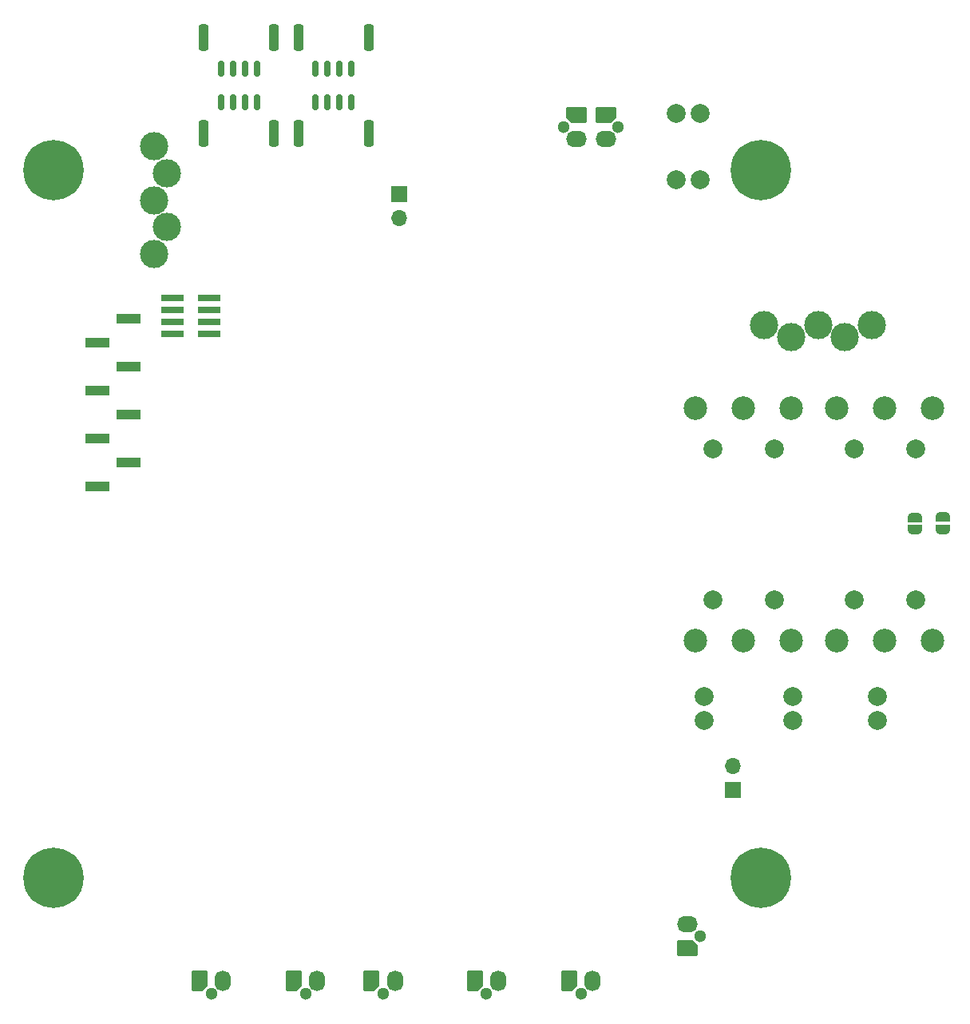
<source format=gbr>
%TF.GenerationSoftware,KiCad,Pcbnew,6.0.5-a6ca702e91~116~ubuntu20.04.1*%
%TF.CreationDate,2022-05-11T20:42:01+02:00*%
%TF.ProjectId,uHoubolt_PCB_PMU,75486f75-626f-46c7-945f-5043425f504d,rev?*%
%TF.SameCoordinates,PX8583b00PY5f5e100*%
%TF.FileFunction,Soldermask,Bot*%
%TF.FilePolarity,Negative*%
%FSLAX46Y46*%
G04 Gerber Fmt 4.6, Leading zero omitted, Abs format (unit mm)*
G04 Created by KiCad (PCBNEW 6.0.5-a6ca702e91~116~ubuntu20.04.1) date 2022-05-11 20:42:01*
%MOMM*%
%LPD*%
G01*
G04 APERTURE LIST*
G04 Aperture macros list*
%AMRoundRect*
0 Rectangle with rounded corners*
0 $1 Rounding radius*
0 $2 $3 $4 $5 $6 $7 $8 $9 X,Y pos of 4 corners*
0 Add a 4 corners polygon primitive as box body*
4,1,4,$2,$3,$4,$5,$6,$7,$8,$9,$2,$3,0*
0 Add four circle primitives for the rounded corners*
1,1,$1+$1,$2,$3*
1,1,$1+$1,$4,$5*
1,1,$1+$1,$6,$7*
1,1,$1+$1,$8,$9*
0 Add four rect primitives between the rounded corners*
20,1,$1+$1,$2,$3,$4,$5,0*
20,1,$1+$1,$4,$5,$6,$7,0*
20,1,$1+$1,$6,$7,$8,$9,0*
20,1,$1+$1,$8,$9,$2,$3,0*%
%AMFreePoly0*
4,1,22,0.945671,0.830970,1.026777,0.776777,1.080970,0.695671,1.100000,0.600000,1.100000,-0.600000,1.080970,-0.695671,1.026777,-0.776777,0.945671,-0.830970,0.850000,-0.850000,-0.450000,-0.850000,-0.545671,-0.830970,-0.626779,-0.776774,-1.026777,-0.376777,-1.080970,-0.295671,-1.100000,-0.200000,-1.100000,0.600000,-1.080970,0.695671,-1.026777,0.776777,-0.945671,0.830970,-0.850000,0.850000,
0.850000,0.850000,0.945671,0.830970,0.945671,0.830970,$1*%
%AMFreePoly1*
4,1,22,0.500000,-0.750000,0.000000,-0.750000,0.000000,-0.745033,-0.079941,-0.743568,-0.215256,-0.701293,-0.333266,-0.622738,-0.424486,-0.514219,-0.481581,-0.384460,-0.499164,-0.250000,-0.500000,-0.250000,-0.500000,0.250000,-0.499164,0.250000,-0.499963,0.256109,-0.478152,0.396186,-0.417904,0.524511,-0.324060,0.630769,-0.204165,0.706417,-0.067858,0.745374,0.000000,0.744959,0.000000,0.750000,
0.500000,0.750000,0.500000,-0.750000,0.500000,-0.750000,$1*%
%AMFreePoly2*
4,1,20,0.000000,0.744959,0.073905,0.744508,0.209726,0.703889,0.328688,0.626782,0.421226,0.519385,0.479903,0.390333,0.500000,0.250000,0.500000,-0.250000,0.499851,-0.262216,0.476331,-0.402017,0.414519,-0.529596,0.319384,-0.634700,0.198574,-0.708877,0.061801,-0.746166,0.000000,-0.745033,0.000000,-0.750000,-0.500000,-0.750000,-0.500000,0.750000,0.000000,0.750000,0.000000,0.744959,
0.000000,0.744959,$1*%
%AMFreePoly3*
4,1,22,0.945671,0.830970,1.026777,0.776777,1.080970,0.695671,1.100000,0.600000,1.100000,-0.600000,1.080970,-0.695671,1.026777,-0.776777,0.945671,-0.830970,0.850000,-0.850000,-0.850000,-0.850000,-0.945671,-0.830970,-1.026777,-0.776777,-1.080970,-0.695671,-1.100000,-0.600000,-1.100000,0.200000,-1.080970,0.295671,-1.026777,0.376777,-0.626777,0.776777,-0.545671,0.830970,-0.450000,0.850000,
0.850000,0.850000,0.945671,0.830970,0.945671,0.830970,$1*%
G04 Aperture macros list end*
%ADD10C,2.000000*%
%ADD11C,2.500000*%
%ADD12C,6.400000*%
%ADD13C,0.800000*%
%ADD14C,1.300000*%
%ADD15FreePoly0,0.000000*%
%ADD16O,2.200000X1.700000*%
%ADD17C,3.000000*%
%ADD18FreePoly0,90.000000*%
%ADD19O,1.700000X2.200000*%
%ADD20FreePoly0,180.000000*%
%ADD21R,1.700000X1.700000*%
%ADD22O,1.700000X1.700000*%
%ADD23RoundRect,0.150000X0.150000X0.700000X-0.150000X0.700000X-0.150000X-0.700000X0.150000X-0.700000X0*%
%ADD24RoundRect,0.250000X0.250000X1.150000X-0.250000X1.150000X-0.250000X-1.150000X0.250000X-1.150000X0*%
%ADD25RoundRect,0.150000X-0.150000X-0.700000X0.150000X-0.700000X0.150000X0.700000X-0.150000X0.700000X0*%
%ADD26RoundRect,0.250000X-0.250000X-1.150000X0.250000X-1.150000X0.250000X1.150000X-0.250000X1.150000X0*%
%ADD27FreePoly1,270.000000*%
%ADD28FreePoly2,270.000000*%
%ADD29FreePoly3,180.000000*%
%ADD30R,2.400000X0.740000*%
%ADD31R,2.510000X1.000000*%
G04 APERTURE END LIST*
D10*
%TO.C,SW1*%
X32450000Y8000000D03*
X38950000Y8000000D03*
D11*
X30620000Y12300000D03*
X40780000Y12300000D03*
X35700000Y12300000D03*
%TD*%
D10*
%TO.C,SW2*%
X38950000Y-8000000D03*
X32450000Y-8000000D03*
D11*
X30620000Y-12300000D03*
X40780000Y-12300000D03*
X35700000Y-12300000D03*
%TD*%
D10*
%TO.C,SW3*%
X47450000Y8000000D03*
X53950000Y8000000D03*
D11*
X45620000Y12300000D03*
X55780000Y12300000D03*
X50700000Y12300000D03*
%TD*%
D10*
%TO.C,SW4*%
X53950000Y-8000000D03*
X47450000Y-8000000D03*
D11*
X45620000Y-12300000D03*
X55780000Y-12300000D03*
X50700000Y-12300000D03*
%TD*%
D12*
%TO.C,H4*%
X-37500000Y37500000D03*
D13*
X-35100000Y37500000D03*
X-35802944Y39197056D03*
X-37500000Y39900000D03*
X-39900000Y37500000D03*
X-39197056Y39197056D03*
X-39197056Y35802944D03*
X-37500000Y35100000D03*
X-35802944Y35802944D03*
%TD*%
%TO.C,H2*%
X35802944Y35802944D03*
X37500000Y35100000D03*
X39197056Y39197056D03*
X39900000Y37500000D03*
X35100000Y37500000D03*
X35802944Y39197056D03*
D12*
X37500000Y37500000D03*
D13*
X39197056Y35802944D03*
X37500000Y39900000D03*
%TD*%
D14*
%TO.C,J1*%
X16610000Y42100000D03*
D15*
X17950000Y43350000D03*
D16*
X17950000Y40850000D03*
%TD*%
D13*
%TO.C,H3*%
X-35802944Y-35802944D03*
D12*
X-37500000Y-37500000D03*
D13*
X-39197056Y-39197056D03*
X-37500000Y-39900000D03*
X-39900000Y-37500000D03*
X-39197056Y-35802944D03*
X-35802944Y-39197056D03*
X-35100000Y-37500000D03*
X-37500000Y-35100000D03*
%TD*%
D17*
%TO.C,J2*%
X-25460000Y31500000D03*
X-25460000Y37200000D03*
X-26800000Y40050000D03*
X-26800000Y34350000D03*
X-26800000Y28650000D03*
%TD*%
D10*
%TO.C,J8*%
X31115000Y43550000D03*
X28575000Y43550000D03*
%TD*%
D13*
%TO.C,H1*%
X35802944Y-35802944D03*
X35100000Y-37500000D03*
X35802944Y-39197056D03*
X37500000Y-35100000D03*
X39900000Y-37500000D03*
X39197056Y-39197056D03*
D12*
X37500000Y-37500000D03*
D13*
X39197056Y-35802944D03*
X37500000Y-39900000D03*
%TD*%
D14*
%TO.C,J23*%
X-2500000Y-49740000D03*
D18*
X-3750000Y-48400000D03*
D19*
X-1250000Y-48400000D03*
%TD*%
D14*
%TO.C,J24*%
X18450000Y-49740000D03*
D18*
X17200000Y-48400000D03*
D19*
X19700000Y-48400000D03*
%TD*%
D14*
%TO.C,J7*%
X31090000Y-43650000D03*
D20*
X29750000Y-44900000D03*
D16*
X29750000Y-42400000D03*
%TD*%
D14*
%TO.C,J22*%
X8450000Y-49740000D03*
D18*
X7200000Y-48400000D03*
D19*
X9700000Y-48400000D03*
%TD*%
D14*
%TO.C,J21*%
X-10750000Y-49740000D03*
D18*
X-12000000Y-48400000D03*
D19*
X-9500000Y-48400000D03*
%TD*%
D10*
%TO.C,J11*%
X40900000Y-18230000D03*
X40900000Y-20770000D03*
%TD*%
%TO.C,J25*%
X31115000Y36550000D03*
X28575000Y36550000D03*
%TD*%
%TO.C,J6*%
X49900000Y-18230000D03*
X49900000Y-20770000D03*
%TD*%
%TO.C,J4*%
X31500000Y-18230000D03*
X31500000Y-20770000D03*
%TD*%
D21*
%TO.C,TH2*%
X34568750Y-28129651D03*
D22*
X34568750Y-25589651D03*
%TD*%
D14*
%TO.C,J20*%
X-20750000Y-49740000D03*
D18*
X-22000000Y-48400000D03*
D19*
X-19500000Y-48400000D03*
%TD*%
D21*
%TO.C,TH1*%
X-775000Y34975000D03*
D22*
X-775000Y32435000D03*
%TD*%
D17*
%TO.C,J3*%
X46450000Y19810000D03*
X40750000Y19810000D03*
X37900000Y21150000D03*
X43600000Y21150000D03*
X49300000Y21150000D03*
%TD*%
D23*
%TO.C,J19*%
X-15925000Y48250000D03*
X-17175000Y48250000D03*
X-18425000Y48250000D03*
X-19675000Y48250000D03*
D24*
X-21525000Y51600000D03*
X-14075000Y51600000D03*
%TD*%
D25*
%TO.C,J12*%
X-9675000Y44750000D03*
X-8425000Y44750000D03*
X-7175000Y44750000D03*
X-5925000Y44750000D03*
D26*
X-11525000Y41400000D03*
X-4075000Y41400000D03*
%TD*%
D27*
%TO.C,JP2*%
X56800000Y775000D03*
D28*
X56800000Y-525000D03*
%TD*%
D23*
%TO.C,J18*%
X-5925000Y48250000D03*
X-7175000Y48250000D03*
X-8425000Y48250000D03*
X-9675000Y48250000D03*
D24*
X-11525000Y51600000D03*
X-4075000Y51600000D03*
%TD*%
D14*
%TO.C,J26*%
X22415000Y42100000D03*
D29*
X21075000Y43350000D03*
D16*
X21075000Y40850000D03*
%TD*%
D25*
%TO.C,J17*%
X-19675000Y44750000D03*
X-18425000Y44750000D03*
X-17175000Y44750000D03*
X-15925000Y44750000D03*
D26*
X-14075000Y41400000D03*
X-21525000Y41400000D03*
%TD*%
D27*
%TO.C,JP3*%
X53875000Y725000D03*
D28*
X53875000Y-575000D03*
%TD*%
D30*
%TO.C,J10*%
X-21000000Y24005000D03*
X-24900000Y24005000D03*
X-21000000Y22735000D03*
X-24900000Y22735000D03*
X-21000000Y21465000D03*
X-24900000Y21465000D03*
X-21000000Y20195000D03*
X-24900000Y20195000D03*
%TD*%
D31*
%TO.C,J9*%
X-29495000Y21790000D03*
X-32805000Y19250000D03*
X-29495000Y16710000D03*
X-32805000Y14170000D03*
X-29495000Y11630000D03*
X-32805000Y9090000D03*
X-29495000Y6550000D03*
X-32805000Y4010000D03*
%TD*%
M02*

</source>
